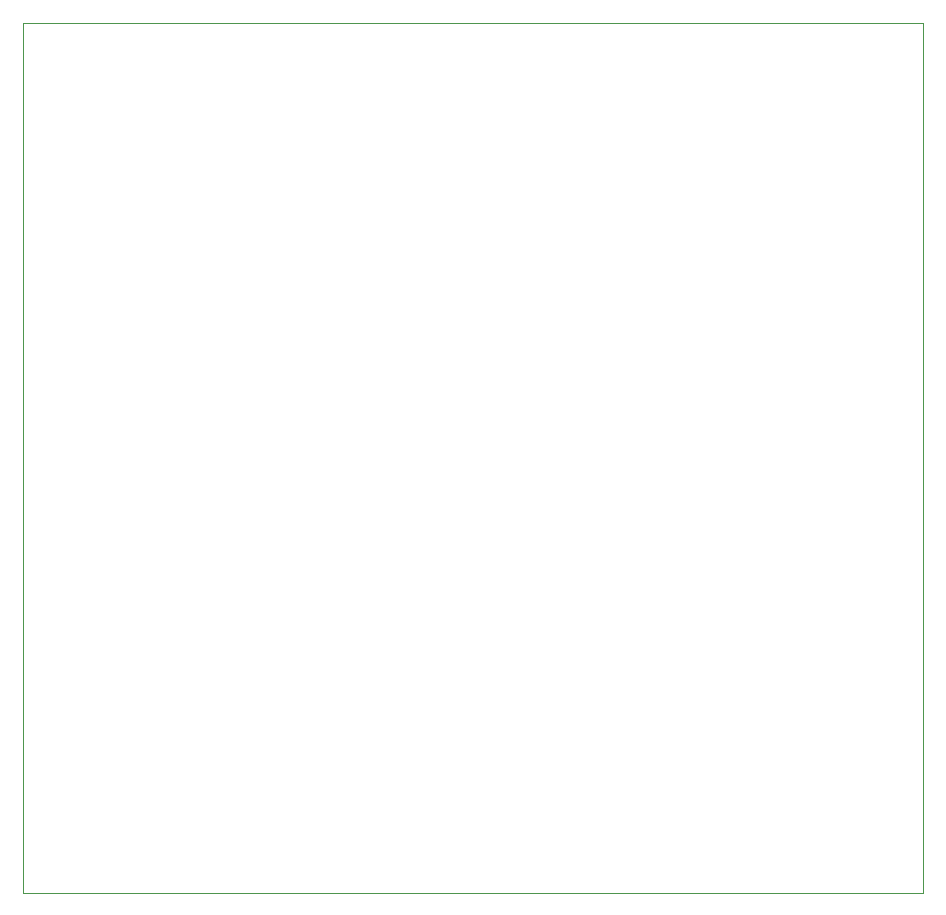
<source format=gm1>
%TF.GenerationSoftware,KiCad,Pcbnew,(6.0.7)*%
%TF.CreationDate,2023-02-02T12:11:16-07:00*%
%TF.ProjectId,Tellus,54656c6c-7573-42e6-9b69-6361645f7063,rev?*%
%TF.SameCoordinates,Original*%
%TF.FileFunction,Profile,NP*%
%FSLAX46Y46*%
G04 Gerber Fmt 4.6, Leading zero omitted, Abs format (unit mm)*
G04 Created by KiCad (PCBNEW (6.0.7)) date 2023-02-02 12:11:16*
%MOMM*%
%LPD*%
G01*
G04 APERTURE LIST*
%TA.AperFunction,Profile*%
%ADD10C,0.100000*%
%TD*%
G04 APERTURE END LIST*
D10*
X117300000Y-75405000D02*
X193500000Y-75405000D01*
X193500000Y-75405000D02*
X193500000Y-149065000D01*
X193500000Y-149065000D02*
X117300000Y-149065000D01*
X117300000Y-149065000D02*
X117300000Y-75405000D01*
M02*

</source>
